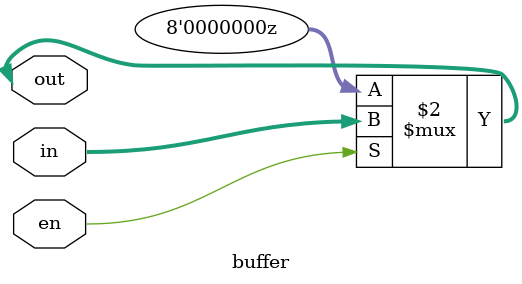
<source format=v>
`default_nettype none
module buffer(
   input [N-1:0] in,
   inout [N-1:0] out,
   input en
);
   parameter N = 8;

   assign out = en ? in : 1'bz;

endmodule

</source>
